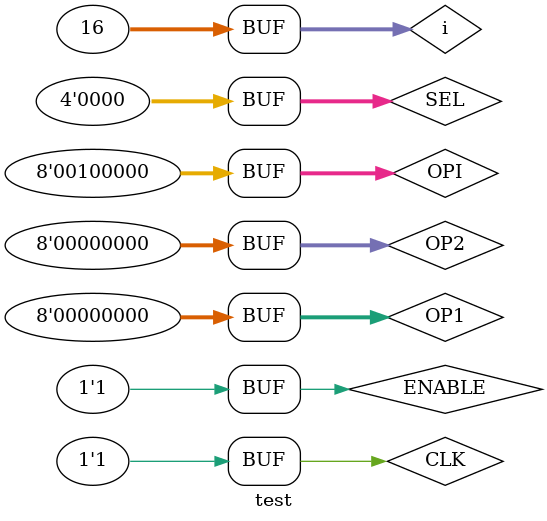
<source format=v>
`timescale 1ns/1ns

module test();

reg CLK;
reg ENABLE;
reg [7:0]OP1;
reg [7:0]OP2;
reg [7:0]OPI;
reg [3:0]SEL;
wire [7:0]RES;
wire [2:0]FLAG;  
integer i;

alu ALU(
.clk(CLK),
.enable(ENABLE),
.op1(OP1),
.op2(OP2),
.opi(OPI),
.sel(SEL),
.res(RES),
.flag(FLAG));

initial
begin

//Dump Waves.
$dumpfile("dump.vcd");
$dumpvars(1);
ENABLE <= 1;
OP1 <= 65;
OP2 <= 33;
OPI <= 32;
SEL <= 0;

//Setup Time

for ( i = 0; i < 4; i = i + 1)
begin
#20;
end

for ( i = 0; i < 16; i = i+1)
begin
#20;
CLK <= 0;
#20;
SEL <= i;
CLK <= 1;
end

OP1 <= 127;
OP2 <= 255;

for ( i = 0; i < 16; i = i+1)
begin
#20;
CLK <= 0;
#20;
SEL <= i;
CLK <= 1;
end

#20;
CLK <= 0;
#20;
SEL <= 0;
OP1 <= 0;
OP2 <= 0;
CLK <= 1;

#20;
CLK <= 0;
#20;
SEL <= 0;
OP1 <= 128;
OP2 <= 128;
CLK <= 1;

#20;
CLK <= 0;
#20;
SEL <= 2;
OP1 <= 0;
OP2 <= 0;
CLK <= 1;

#20;
CLK <= 0;
#10;
SEL <= 0;
OP1 <= 0;
OP2 <= 0;
CLK <= 1;


end

endmodule // test
</source>
